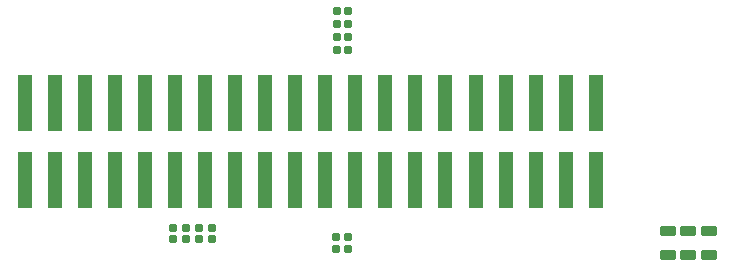
<source format=gtp>
G04*
G04 #@! TF.GenerationSoftware,Altium Limited,Altium Designer,19.0.12 (326)*
G04*
G04 Layer_Color=8421504*
%FSLAX44Y44*%
%MOMM*%
G71*
G01*
G75*
G04:AMPARAMS|DCode=16|XSize=0.6mm|YSize=0.6mm|CornerRadius=0.06mm|HoleSize=0mm|Usage=FLASHONLY|Rotation=0.000|XOffset=0mm|YOffset=0mm|HoleType=Round|Shape=RoundedRectangle|*
%AMROUNDEDRECTD16*
21,1,0.6000,0.4800,0,0,0.0*
21,1,0.4800,0.6000,0,0,0.0*
1,1,0.1200,0.2400,-0.2400*
1,1,0.1200,-0.2400,-0.2400*
1,1,0.1200,-0.2400,0.2400*
1,1,0.1200,0.2400,0.2400*
%
%ADD16ROUNDEDRECTD16*%
%ADD17R,1.2700X4.8000*%
G04:AMPARAMS|DCode=18|XSize=1.3mm|YSize=0.8mm|CornerRadius=0.1mm|HoleSize=0mm|Usage=FLASHONLY|Rotation=180.000|XOffset=0mm|YOffset=0mm|HoleType=Round|Shape=RoundedRectangle|*
%AMROUNDEDRECTD18*
21,1,1.3000,0.6000,0,0,180.0*
21,1,1.1000,0.8000,0,0,180.0*
1,1,0.2000,-0.5500,0.3000*
1,1,0.2000,0.5500,0.3000*
1,1,0.2000,0.5500,-0.3000*
1,1,0.2000,-0.5500,-0.3000*
%
%ADD18ROUNDEDRECTD18*%
G04:AMPARAMS|DCode=19|XSize=0.6mm|YSize=0.6mm|CornerRadius=0.06mm|HoleSize=0mm|Usage=FLASHONLY|Rotation=90.000|XOffset=0mm|YOffset=0mm|HoleType=Round|Shape=RoundedRectangle|*
%AMROUNDEDRECTD19*
21,1,0.6000,0.4800,0,0,90.0*
21,1,0.4800,0.6000,0,0,90.0*
1,1,0.1200,0.2400,0.2400*
1,1,0.1200,0.2400,-0.2400*
1,1,0.1200,-0.2400,-0.2400*
1,1,0.1200,-0.2400,0.2400*
%
%ADD19ROUNDEDRECTD19*%
D16*
X165500Y102500D02*
D03*
Y92500D02*
D03*
X176500Y102500D02*
D03*
Y92500D02*
D03*
X198500Y102500D02*
D03*
Y92500D02*
D03*
X187500Y102500D02*
D03*
Y92500D02*
D03*
X302750Y94250D02*
D03*
Y84250D02*
D03*
X313750Y94250D02*
D03*
Y84250D02*
D03*
D17*
X345000Y143000D02*
D03*
Y208000D02*
D03*
X370428Y143000D02*
D03*
Y208000D02*
D03*
X395857Y143000D02*
D03*
Y208000D02*
D03*
X421286Y143000D02*
D03*
Y208000D02*
D03*
X446714Y143000D02*
D03*
Y208000D02*
D03*
X472143Y143000D02*
D03*
Y208000D02*
D03*
X497571Y143000D02*
D03*
Y208000D02*
D03*
X523000Y143000D02*
D03*
Y208000D02*
D03*
X319571D02*
D03*
Y143000D02*
D03*
X294143Y208000D02*
D03*
Y143000D02*
D03*
X268714Y208000D02*
D03*
Y143000D02*
D03*
X192428D02*
D03*
Y208000D02*
D03*
X217857Y143000D02*
D03*
Y208000D02*
D03*
X243286Y143000D02*
D03*
Y208000D02*
D03*
X116143Y143000D02*
D03*
Y208000D02*
D03*
X141571Y143000D02*
D03*
Y208000D02*
D03*
X167000Y143000D02*
D03*
Y208000D02*
D03*
X39857Y143000D02*
D03*
Y208000D02*
D03*
X65286Y143000D02*
D03*
Y208000D02*
D03*
X90714Y143000D02*
D03*
Y208000D02*
D03*
D18*
X618750Y79250D02*
D03*
Y99250D02*
D03*
X584000Y79250D02*
D03*
Y99250D02*
D03*
X601500Y79250D02*
D03*
Y99250D02*
D03*
D19*
X313750Y252750D02*
D03*
X303750D02*
D03*
X313750Y274750D02*
D03*
X303750D02*
D03*
X313750Y263750D02*
D03*
X303750D02*
D03*
X313750Y285750D02*
D03*
X303750D02*
D03*
M02*

</source>
